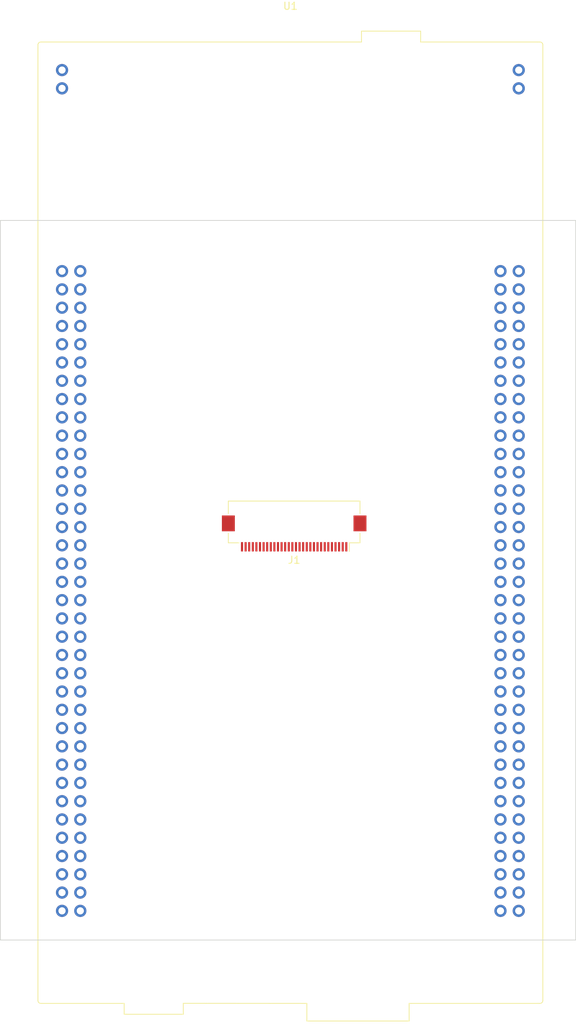
<source format=kicad_pcb>
(kicad_pcb (version 20211014) (generator pcbnew)
  (layers (0 "F.Cu" signal) (31 "B.Cu" signal) (34 "B.Paste" user) (35 "F.Paste" user) (36 "B.SilkS" user "B.Silkscreen") (37 "F.SilkS" user "F.Silkscreen") (38 "B.Mask" user) (39 "F.Mask" user) (44 "Edge.Cuts" user))
  (net 0 "")
  (footprint "Connector_FFC-FPC:Hirose_FH12-30S-0.5SH_1x30-1MP_P0.50mm_Horizontal" (layer "F.Cu") (at 128 93.25 180)
    (fp_text reference "J1" (at 0 -3.7) (layer "F.SilkS"))
    (fp_text value "Conn_01x30_Male")
    (fp_line (start -9.15 -1.3) (end -9.15 0.04) (layer "F.SilkS") (width 0.12))
    (fp_line (start -7.66 -1.3) (end -9.15 -1.3) (layer "F.SilkS") (width 0.12))
    (fp_line (start -9.15 2.76) (end -9.15 4.5) (layer "F.SilkS") (width 0.12))
    (fp_line (start -7.66 -1.3) (end -7.66 -2.5) (layer "F.SilkS") (width 0.12))
    (fp_line (start 9.15 -1.3) (end 9.15 0.04) (layer "F.SilkS") (width 0.12))
    (fp_line (start -9.15 4.5) (end 9.15 4.5) (layer "F.SilkS") (width 0.12))
    (fp_line (start 7.66 -1.3) (end 9.15 -1.3) (layer "F.SilkS") (width 0.12))
    (fp_line (start 9.15 4.5) (end 9.15 2.76) (layer "F.SilkS") (width 0.12))
    (pad "1" smd rect (at -7.25 -1.85 180) (size 0.3 1.3) (layers "F.Cu" "F.Paste" "F.Mask"))
    (pad "2" smd rect (at -6.75 -1.85 180) (size 0.3 1.3) (layers "F.Cu" "F.Paste" "F.Mask"))
    (pad "3" smd rect (at -6.25 -1.85 180) (size 0.3 1.3) (layers "F.Cu" "F.Paste" "F.Mask"))
    (pad "4" smd rect (at -5.75 -1.85 180) (size 0.3 1.3) (layers "F.Cu" "F.Paste" "F.Mask"))
    (pad "5" smd rect (at -5.25 -1.85 180) (size 0.3 1.3) (layers "F.Cu" "F.Paste" "F.Mask"))
    (pad "6" smd rect (at -4.75 -1.85 180) (size 0.3 1.3) (layers "F.Cu" "F.Paste" "F.Mask"))
    (pad "7" smd rect (at -4.25 -1.85 180) (size 0.3 1.3) (layers "F.Cu" "F.Paste" "F.Mask"))
    (pad "8" smd rect (at -3.75 -1.85 180) (size 0.3 1.3) (layers "F.Cu" "F.Paste" "F.Mask"))
    (pad "9" smd rect (at -3.25 -1.85 180) (size 0.3 1.3) (layers "F.Cu" "F.Paste" "F.Mask"))
    (pad "10" smd rect (at -2.75 -1.85 180) (size 0.3 1.3) (layers "F.Cu" "F.Paste" "F.Mask"))
    (pad "11" smd rect (at -2.25 -1.85 180) (size 0.3 1.3) (layers "F.Cu" "F.Paste" "F.Mask"))
    (pad "12" smd rect (at -1.75 -1.85 180) (size 0.3 1.3) (layers "F.Cu" "F.Paste" "F.Mask"))
    (pad "13" smd rect (at -1.25 -1.85 180) (size 0.3 1.3) (layers "F.Cu" "F.Paste" "F.Mask"))
    (pad "14" smd rect (at -0.75 -1.85 180) (size 0.3 1.3) (layers "F.Cu" "F.Paste" "F.Mask"))
    (pad "15" smd rect (at -0.25 -1.85 180) (size 0.3 1.3) (layers "F.Cu" "F.Paste" "F.Mask"))
    (pad "16" smd rect (at 0.25 -1.85 180) (size 0.3 1.3) (layers "F.Cu" "F.Paste" "F.Mask"))
    (pad "17" smd rect (at 0.75 -1.85 180) (size 0.3 1.3) (layers "F.Cu" "F.Paste" "F.Mask"))
    (pad "18" smd rect (at 1.25 -1.85 180) (size 0.3 1.3) (layers "F.Cu" "F.Paste" "F.Mask"))
    (pad "19" smd rect (at 1.75 -1.85 180) (size 0.3 1.3) (layers "F.Cu" "F.Paste" "F.Mask"))
    (pad "20" smd rect (at 2.25 -1.85 180) (size 0.3 1.3) (layers "F.Cu" "F.Paste" "F.Mask"))
    (pad "21" smd rect (at 2.75 -1.85 180) (size 0.3 1.3) (layers "F.Cu" "F.Paste" "F.Mask"))
    (pad "22" smd rect (at 3.25 -1.85 180) (size 0.3 1.3) (layers "F.Cu" "F.Paste" "F.Mask"))
    (pad "23" smd rect (at 3.75 -1.85 180) (size 0.3 1.3) (layers "F.Cu" "F.Paste" "F.Mask"))
    (pad "24" smd rect (at 4.25 -1.85 180) (size 0.3 1.3) (layers "F.Cu" "F.Paste" "F.Mask"))
    (pad "25" smd rect (at 4.75 -1.85 180) (size 0.3 1.3) (layers "F.Cu" "F.Paste" "F.Mask"))
    (pad "26" smd rect (at 5.25 -1.85 180) (size 0.3 1.3) (layers "F.Cu" "F.Paste" "F.Mask"))
    (pad "27" smd rect (at 5.75 -1.85 180) (size 0.3 1.3) (layers "F.Cu" "F.Paste" "F.Mask"))
    (pad "28" smd rect (at 6.25 -1.85 180) (size 0.3 1.3) (layers "F.Cu" "F.Paste" "F.Mask"))
    (pad "29" smd rect (at 6.75 -1.85 180) (size 0.3 1.3) (layers "F.Cu" "F.Paste" "F.Mask"))
    (pad "30" smd rect (at 7.25 -1.85 180) (size 0.3 1.3) (layers "F.Cu" "F.Paste" "F.Mask"))
    (pad "MP" smd rect (at -9.15 1.4 180) (size 1.8 2.2) (layers "F.Cu" "F.Paste" "F.Mask"))
    (pad "MP" smd rect (at 9.15 1.4 180) (size 1.8 2.2) (layers "F.Cu" "F.Paste" "F.Mask"))
  )
  (footprint "Module:ST_Morpho_Connector_144_STLink_MountingHoles" (layer "F.Cu") (at 95.725 56.795)
    (fp_text reference "U1" (at 31.75 -36.83) (layer "F.SilkS"))
    (fp_text value "NUCLEO144-F412ZG")
    (fp_line (start 66.85 101.36) (end 66.85 -31.44) (layer "F.SilkS") (width 0.12))
    (fp_line (start 16.86 103.27) (end 16.86 101.75) (layer "F.SilkS") (width 0.12))
    (fp_line (start 8.64 101.76) (end 8.64 103.27) (layer "F.SilkS") (width 0.12))
    (fp_line (start 41.64 -31.84) (end -2.95 -31.84) (layer "F.SilkS") (width 0.12))
    (fp_line (start 41.64 -31.84) (end 41.64 -33.35) (layer "F.SilkS") (width 0.12))
    (fp_line (start 48.26 104.21) (end 34.04 104.21) (layer "F.SilkS") (width 0.12))
    (fp_line (start 8.64 103.27) (end 16.86 103.27) (layer "F.SilkS") (width 0.12))
    (fp_line (start 49.86 -31.84) (end 66.45 -31.84) (layer "F.SilkS") (width 0.12))
    (fp_line (start 34.04 104.21) (end 34.04 101.76) (layer "F.SilkS") (width 0.12))
    (fp_line (start 34.04 101.76) (end 16.86 101.75) (layer "F.SilkS") (width 0.12))
    (fp_line (start 49.86 -33.35) (end 49.86 -31.84) (layer "F.SilkS") (width 0.12))
    (fp_line (start 8.64 101.76) (end -2.95 101.76) (layer "F.SilkS") (width 0.12))
    (fp_line (start 48.26 101.76) (end 48.26 104.21) (layer "F.SilkS") (width 0.12))
    (fp_line (start 41.64 -33.35) (end 49.86 -33.35) (layer "F.SilkS") (width 0.12))
    (fp_line (start -3.35 -31.44) (end -3.35 101.36) (layer "F.SilkS") (width 0.12))
    (fp_line (start 48.26 101.76) (end 66.45 101.76) (layer "F.SilkS") (width 0.12))
    (fp_arc (start -2.95 101.76) (mid -3.232843 101.642843) (end -3.35 101.36) (layer "F.SilkS") (width 0.12))
    (fp_arc (start -3.35 -31.44) (mid -3.232843 -31.722843) (end -2.95 -31.84) (layer "F.SilkS") (width 0.12))
    (fp_arc (start 66.85 101.36) (mid 66.732843 101.642843) (end 66.45 101.76) (layer "F.SilkS") (width 0.12))
    (fp_arc (start 66.45 -31.84) (mid 66.732843 -31.722843) (end 66.85 -31.44) (layer "F.SilkS") (width 0.12))
    (pad "" np_thru_hole circle (at 55.9 -2.5) (size 3 3) (drill 3) (layers *.Cu *.Mask))
    (pad "" np_thru_hole circle (at 40.55 48.3) (size 3 3) (drill 3) (layers *.Cu *.Mask))
    (pad "" np_thru_hole circle (at 8.89 72.39) (size 3 3) (drill 3) (layers *.Cu *.Mask))
    (pad "" np_thru_hole circle (at 54.6 72.4) (size 3 3) (drill 3) (layers *.Cu *.Mask))
    (pad "" np_thru_hole circle (at 7.62 -3.81) (size 3 3) (drill 3) (layers *.Cu *.Mask))
    (pad "1" thru_hole circle (at 0 0) (size 1.7 1.7) (drill 1) (layers *.Cu *.Mask))
    (pad "2" thru_hole circle (at 2.54 0) (size 1.7 1.7) (drill 1) (layers *.Cu *.Mask))
    (pad "3" thru_hole circle (at 0 2.54) (size 1.7 1.7) (drill 1) (layers *.Cu *.Mask))
    (pad "4" thru_hole circle (at 2.54 2.54) (size 1.7 1.7) (drill 1) (layers *.Cu *.Mask))
    (pad "5" thru_hole circle (at 0 5.08) (size 1.7 1.7) (drill 1) (layers *.Cu *.Mask))
    (pad "6" thru_hole circle (at 2.54 5.08) (size 1.7 1.7) (drill 1) (layers *.Cu *.Mask))
    (pad "7" thru_hole circle (at 0 7.62) (size 1.7 1.7) (drill 1) (layers *.Cu *.Mask))
    (pad "8" thru_hole circle (at 2.54 7.62) (size 1.7 1.7) (drill 1) (layers *.Cu *.Mask))
    (pad "9" thru_hole circle (at 0 10.16) (size 1.7 1.7) (drill 1) (layers *.Cu *.Mask))
    (pad "10" thru_hole circle (at 2.54 10.16) (size 1.7 1.7) (drill 1) (layers *.Cu *.Mask))
    (pad "11" thru_hole circle (at 0 12.7) (size 1.7 1.7) (drill 1) (layers *.Cu *.Mask))
    (pad "12" thru_hole circle (at 2.54 12.7) (size 1.7 1.7) (drill 1) (layers *.Cu *.Mask))
    (pad "13" thru_hole circle (at 0 15.24) (size 1.7 1.7) (drill 1) (layers *.Cu *.Mask))
    (pad "14" thru_hole circle (at 2.54 15.24) (size 1.7 1.7) (drill 1) (layers *.Cu *.Mask))
    (pad "15" thru_hole circle (at 0 17.78) (size 1.7 1.7) (drill 1) (layers *.Cu *.Mask))
    (pad "16" thru_hole circle (at 2.54 17.78) (size 1.7 1.7) (drill 1) (layers *.Cu *.Mask))
    (pad "17" thru_hole circle (at 0 20.32) (size 1.7 1.7) (drill 1) (layers *.Cu *.Mask))
    (pad "18" thru_hole circle (at 2.54 20.32) (size 1.7 1.7) (drill 1) (layers *.Cu *.Mask))
    (pad "19" thru_hole circle (at 0 22.86) (size 1.7 1.7) (drill 1) (layers *.Cu *.Mask))
    (pad "20" thru_hole circle (at 2.54 22.86) (size 1.7 1.7) (drill 1) (layers *.Cu *.Mask))
    (pad "21" thru_hole circle (at 0 25.4) (size 1.7 1.7) (drill 1) (layers *.Cu *.Mask))
    (pad "22" thru_hole circle (at 2.54 25.4) (size 1.7 1.7) (drill 1) (layers *.Cu *.Mask))
    (pad "23" thru_hole circle (at 0 27.94) (size 1.7 1.7) (drill 1) (layers *.Cu *.Mask))
    (pad "24" thru_hole circle (at 2.54 27.94) (size 1.7 1.7) (drill 1) (layers *.Cu *.Mask))
    (pad "25" thru_hole circle (at 0 30.48) (size 1.7 1.7) (drill 1) (layers *.Cu *.Mask))
    (pad "26" thru_hole circle (at 2.54 30.48) (size 1.7 1.7) (drill 1) (layers *.Cu *.Mask))
    (pad "27" thru_hole circle (at 0 33.02) (size 1.7 1.7) (drill 1) (layers *.Cu *.Mask))
    (pad "28" thru_hole circle (at 2.54 33.02) (size 1.7 1.7) (drill 1) (layers *.Cu *.Mask))
    (pad "29" thru_hole circle (at 0 35.56) (size 1.7 1.7) (drill 1) (layers *.Cu *.Mask))
    (pad "30" thru_hole circle (at 2.54 35.56) (size 1.7 1.7) (drill 1) (layers *.Cu *.Mask))
    (pad "31" thru_hole circle (at 0 38.1) (size 1.7 1.7) (drill 1) (layers *.Cu *.Mask))
    (pad "32" thru_hole circle (at 2.54 38.1) (size 1.7 1.7) (drill 1) (layers *.Cu *.Mask))
    (pad "33" thru_hole circle (at 0 40.64) (size 1.7 1.7) (drill 1) (layers *.Cu *.Mask))
    (pad "34" thru_hole circle (at 2.54 40.64) (size 1.7 1.7) (drill 1) (layers *.Cu *.Mask))
    (pad "35" thru_hole circle (at 0 43.18) (size 1.7 1.7) (drill 1) (layers *.Cu *.Mask))
    (pad "36" thru_hole circle (at 2.54 43.18) (size 1.7 1.7) (drill 1) (layers *.Cu *.Mask))
    (pad "37" thru_hole circle (at 0 45.72) (size 1.7 1.7) (drill 1) (layers *.Cu *.Mask))
    (pad "38" thru_hole circle (at 2.54 45.72) (size 1.7 1.7) (drill 1) (layers *.Cu *.Mask))
    (pad "39" thru_hole circle (at 0 48.26) (size 1.7 1.7) (drill 1) (layers *.Cu *.Mask))
    (pad "40" thru_hole circle (at 2.54 48.26) (size 1.7 1.7) (drill 1) (layers *.Cu *.Mask))
    (pad "41" thru_hole circle (at 0 50.8) (size 1.7 1.7) (drill 1) (layers *.Cu *.Mask))
    (pad "42" thru_hole circle (at 2.54 50.8) (size 1.7 1.7) (drill 1) (layers *.Cu *.Mask))
    (pad "43" thru_hole circle (at 0 53.34) (size 1.7 1.7) (drill 1) (layers *.Cu *.Mask))
    (pad "44" thru_hole circle (at 2.54 53.34) (size 1.7 1.7) (drill 1) (layers *.Cu *.Mask))
    (pad "45" thru_hole circle (at 0 55.88) (size 1.7 1.7) (drill 1) (layers *.Cu *.Mask))
    (pad "46" thru_hole circle (at 2.54 55.88) (size 1.7 1.7) (drill 1) (layers *.Cu *.Mask))
    (pad "47" thru_hole circle (at 0 58.42) (size 1.7 1.7) (drill 1) (layers *.Cu *.Mask))
    (pad "48" thru_hole circle (at 2.54 58.42) (size 1.7 1.7) (drill 1) (layers *.Cu *.Mask))
    (pad "49" thru_hole circle (at 0 60.96) (size 1.7 1.7) (drill 1) (layers *.Cu *.Mask))
    (pad "50" thru_hole circle (at 2.54 60.96) (size 1.7 1.7) (drill 1) (layers *.Cu *.Mask))
    (pad "51" thru_hole circle (at 0 63.5) (size 1.7 1.7) (drill 1) (layers *.Cu *.Mask))
    (pad "52" thru_hole circle (at 2.54 63.5) (size 1.7 1.7) (drill 1) (layers *.Cu *.Mask))
    (pad "53" thru_hole circle (at 0 66.04) (size 1.7 1.7) (drill 1) (layers *.Cu *.Mask))
    (pad "54" thru_hole circle (at 2.54 66.04) (size 1.7 1.7) (drill 1) (layers *.Cu *.Mask))
    (pad "55" thru_hole circle (at 0 68.58) (size 1.7 1.7) (drill 1) (layers *.Cu *.Mask))
    (pad "56" thru_hole circle (at 2.54 68.58) (size 1.7 1.7) (drill 1) (layers *.Cu *.Mask))
    (pad "57" thru_hole circle (at 0 71.12) (size 1.7 1.7) (drill 1) (layers *.Cu *.Mask))
    (pad "58" thru_hole circle (at 2.54 71.12) (size 1.7 1.7) (drill 1) (layers *.Cu *.Mask))
    (pad "59" thru_hole circle (at 0 73.66) (size 1.7 1.7) (drill 1) (layers *.Cu *.Mask))
    (pad "60" thru_hole circle (at 2.54 73.66) (size 1.7 1.7) (drill 1) (layers *.Cu *.Mask))
    (pad "61" thru_hole circle (at 0 76.2) (size 1.7 1.7) (drill 1) (layers *.Cu *.Mask))
    (pad "62" thru_hole circle (at 2.54 76.2) (size 1.7 1.7) (drill 1) (layers *.Cu *.Mask))
    (pad "63" thru_hole circle (at 0 78.74) (size 1.7 1.7) (drill 1) (layers *.Cu *.Mask))
    (pad "64" thru_hole circle (at 2.54 78.74) (size 1.7 1.7) (drill 1) (layers *.Cu *.Mask))
    (pad "65" thru_hole circle (at 0 81.28) (size 1.7 1.7) (drill 1) (layers *.Cu *.Mask))
    (pad "66" thru_hole circle (at 2.54 81.28) (size 1.7 1.7) (drill 1) (layers *.Cu *.Mask))
    (pad "67" thru_hole circle (at 0 83.82) (size 1.7 1.7) (drill 1) (layers *.Cu *.Mask))
    (pad "68" thru_hole circle (at 2.54 83.82) (size 1.7 1.7) (drill 1) (layers *.Cu *.Mask))
    (pad "69" thru_hole circle (at 0 86.36) (size 1.7 1.7) (drill 1) (layers *.Cu *.Mask))
    (pad "70" thru_hole circle (at 2.54 86.36) (size 1.7 1.7) (drill 1) (layers *.Cu *.Mask))
    (pad "71" thru_hole circle (at 0 88.9) (size 1.7 1.7) (drill 1) (layers *.Cu *.Mask))
    (pad "72" thru_hole circle (at 2.54 88.9) (size 1.7 1.7) (drill 1) (layers *.Cu *.Mask))
    (pad "73" thru_hole circle (at 60.96 0) (size 1.7 1.7) (drill 1) (layers *.Cu *.Mask))
    (pad "74" thru_hole circle (at 63.5 0) (size 1.7 1.7) (drill 1) (layers *.Cu *.Mask))
    (pad "75" thru_hole circle (at 60.96 2.54) (size 1.7 1.7) (drill 1) (layers *.Cu *.Mask))
    (pad "76" thru_hole circle (at 63.5 2.54) (size 1.7 1.7) (drill 1) (layers *.Cu *.Mask))
    (pad "77" thru_hole circle (at 60.96 5.08) (size 1.7 1.7) (drill 1) (layers *.Cu *.Mask))
    (pad "78" thru_hole circle (at 63.5 5.08) (size 1.7 1.7) (drill 1) (layers *.Cu *.Mask))
    (pad "79" thru_hole circle (at 60.96 7.62) (size 1.7 1.7) (drill 1) (layers *.Cu *.Mask))
    (pad "80" thru_hole circle (at 63.5 7.62) (size 1.7 1.7) (drill 1) (layers *.Cu *.Mask))
    (pad "81" thru_hole circle (at 60.96 10.16) (size 1.7 1.7) (drill 1) (layers *.Cu *.Mask))
    (pad "82" thru_hole circle (at 63.5 10.16) (size 1.7 1.7) (drill 1) (layers *.Cu *.Mask))
    (pad "83" thru_hole circle (at 60.96 12.7) (size 1.7 1.7) (drill 1) (layers *.Cu *.Mask))
    (pad "84" thru_hole circle (at 63.5 12.7) (size 1.7 1.7) (drill 1) (layers *.Cu *.Mask))
    (pad "85" thru_hole circle (at 60.96 15.24) (size 1.7 1.7) (drill 1) (layers *.Cu *.Mask))
    (pad "86" thru_hole circle (at 63.5 15.24) (size 1.7 1.7) (drill 1) (layers *.Cu *.Mask))
    (pad "87" thru_hole circle (at 60.96 17.78) (size 1.7 1.7) (drill 1) (layers *.Cu *.Mask))
    (pad "88" thru_hole circle (at 63.5 17.78) (size 1.7 1.7) (drill 1) (layers *.Cu *.Mask))
    (pad "89" thru_hole circle (at 60.96 20.32) (size 1.7 1.7) (drill 1) (layers *.Cu *.Mask))
    (pad "90" thru_hole circle (at 63.5 20.32) (size 1.7 1.7) (drill 1) (layers *.Cu *.Mask))
    (pad "91" thru_hole circle (at 60.96 22.86) (size 1.7 1.7) (drill 1) (layers *.Cu *.Mask))
    (pad "92" thru_hole circle (at 63.5 22.86) (size 1.7 1.7) (drill 1) (layers *.Cu *.Mask))
    (pad "93" thru_hole circle (at 60.96 25.4) (size 1.7 1.7) (drill 1) (layers *.Cu *.Mask))
    (pad "94" thru_hole circle (at 63.5 25.4) (size 1.7 1.7) (drill 1) (layers *.Cu *.Mask))
    (pad "95" thru_hole circle (at 60.96 27.94) (size 1.7 1.7) (drill 1) (layers *.Cu *.Mask))
    (pad "96" thru_hole circle (at 63.5 27.94) (size 1.7 1.7) (drill 1) (layers *.Cu *.Mask))
    (pad "97" thru_hole circle (at 60.96 30.48) (size 1.7 1.7) (drill 1) (layers *.Cu *.Mask))
    (pad "98" thru_hole circle (at 63.5 30.48) (size 1.7 1.7) (drill 1) (layers *.Cu *.Mask))
    (pad "99" thru_hole circle (at 60.96 33.02) (size 1.7 1.7) (drill 1) (layers *.Cu *.Mask))
    (pad "100" thru_hole circle (at 63.5 33.02) (size 1.7 1.7) (drill 1) (layers *.Cu *.Mask))
    (pad "101" thru_hole circle (at 60.96 35.56) (size 1.7 1.7) (drill 1) (layers *.Cu *.Mask))
    (pad "102" thru_hole circle (at 63.5 35.56) (size 1.7 1.7) (drill 1) (layers *.Cu *.Mask))
    (pad "103" thru_hole circle (at 60.96 38.1) (size 1.7 1.7) (drill 1) (layers *.Cu *.Mask))
    (pad "104" thru_hole circle (at 63.5 38.1) (size 1.7 1.7) (drill 1) (layers *.Cu *.Mask))
    (pad "105" thru_hole circle (at 60.96 40.64) (size 1.7 1.7) (drill 1) (layers *.Cu *.Mask))
    (pad "106" thru_hole circle (at 63.5 40.64) (size 1.7 1.7) (drill 1) (layers *.Cu *.Mask))
    (pad "107" thru_hole circle (at 60.96 43.18) (size 1.7 1.7) (drill 1) (layers *.Cu *.Mask))
    (pad "108" thru_hole circle (at 63.5 43.18) (size 1.7 1.7) (drill 1) (layers *.Cu *.Mask))
    (pad "109" thru_hole circle (at 60.96 45.72) (size 1.7 1.7) (drill 1) (layers *.Cu *.Mask))
    (pad "110" thru_hole circle (at 63.5 45.72) (size 1.7 1.7) (drill 1) (layers *.Cu *.Mask))
    (pad "111" thru_hole circle (at 60.96 48.26) (size 1.7 1.7) (drill 1) (layers *.Cu *.Mask))
    (pad "112" thru_hole circle (at 63.5 48.26) (size 1.7 1.7) (drill 1) (layers *.Cu *.Mask))
    (pad "113" thru_hole circle (at 60.96 50.8) (size 1.7 1.7) (drill 1) (layers *.Cu *.Mask))
    (pad "114" thru_hole circle (at 63.5 50.8) (size 1.7 1.7) (drill 1) (layers *.Cu *.Mask))
    (pad "115" thru_hole circle (at 60.96 53.34) (size 1.7 1.7) (drill 1) (layers *.Cu *.Mask))
    (pad "116" thru_hole circle (at 63.5 53.34) (size 1.7 1.7) (drill 1) (layers *.Cu *.Mask))
    (pad "117" thru_hole circle (at 60.96 55.88) (size 1.7 1.7) (drill 1) (layers *.Cu *.Mask))
    (pad "118" thru_hole circle (at 63.5 55.88) (size 1.7 1.7) (drill 1) (layers *.Cu *.Mask))
    (pad "119" thru_hole circle (at 60.96 58.42) (size 1.7 1.7) (drill 1) (layers *.Cu *.Mask))
    (pad "120" thru_hole circle (at 63.5 58.42) (size 1.7 1.7) (drill 1) (layers *.Cu *.Mask))
    (pad "121" thru_hole circle (at 60.96 60.96) (size 1.7 1.7) (drill 1) (layers *.Cu *.Mask))
    (pad "122" thru_hole circle (at 63.5 60.96) (size 1.7 1.7) (drill 1) (layers *.Cu *.Mask))
    (pad "123" thru_hole circle (at 60.96 63.5) (size 1.7 1.7) (drill 1) (layers *.Cu *.Mask))
    (pad "124" thru_hole circle (at 63.5 63.5) (size 1.7 1.7) (drill 1) (layers *.Cu *.Mask))
    (pad "125" thru_hole circle (at 60.96 66.04) (size 1.7 1.7) (drill 1) (layers *.Cu *.Mask))
    (pad "126" thru_hole circle (at 63.5 66.04) (size 1.7 1.7) (drill 1) (layers *.Cu *.Mask))
    (pad "127" thru_hole circle (at 60.96 68.58) (size 1.7 1.7) (drill 1) (layers *.Cu *.Mask))
    (pad "128" thru_hole circle (at 63.5 68.58) (size 1.7 1.7) (drill 1) (layers *.Cu *.Mask))
    (pad "129" thru_hole circle (at 60.96 71.12) (size 1.7 1.7) (drill 1) (layers *.Cu *.Mask))
    (pad "130" thru_hole circle (at 63.5 71.12) (size 1.7 1.7) (drill 1) (layers *.Cu *.Mask))
    (pad "131" thru_hole circle (at 60.96 73.66) (size 1.7 1.7) (drill 1) (layers *.Cu *.Mask))
    (pad "132" thru_hole circle (at 63.5 73.66) (size 1.7 1.7) (drill 1) (layers *.Cu *.Mask))
    (pad "133" thru_hole circle (at 60.96 76.2) (size 1.7 1.7) (drill 1) (layers *.Cu *.Mask))
    (pad "134" thru_hole circle (at 63.5 76.2) (size 1.7 1.7) (drill 1) (layers *.Cu *.Mask))
    (pad "135" thru_hole circle (at 60.96 78.74) (size 1.7 1.7) (drill 1) (layers *.Cu *.Mask))
    (pad "136" thru_hole circle (at 63.5 78.74) (size 1.7 1.7) (drill 1) (layers *.Cu *.Mask))
    (pad "137" thru_hole circle (at 60.96 81.28) (size 1.7 1.7) (drill 1) (layers *.Cu *.Mask))
    (pad "138" thru_hole circle (at 63.5 81.28) (size 1.7 1.7) (drill 1) (layers *.Cu *.Mask))
    (pad "139" thru_hole circle (at 60.96 83.82) (size 1.7 1.7) (drill 1) (layers *.Cu *.Mask))
    (pad "140" thru_hole circle (at 63.5 83.82) (size 1.7 1.7) (drill 1) (layers *.Cu *.Mask))
    (pad "141" thru_hole circle (at 60.96 86.36) (size 1.7 1.7) (drill 1) (layers *.Cu *.Mask))
    (pad "142" thru_hole circle (at 63.5 86.36) (size 1.7 1.7) (drill 1) (layers *.Cu *.Mask))
    (pad "143" thru_hole circle (at 60.96 88.9) (size 1.7 1.7) (drill 1) (layers *.Cu *.Mask))
    (pad "144" thru_hole circle (at 63.5 88.9) (size 1.7 1.7) (drill 1) (layers *.Cu *.Mask))
    (pad "145" thru_hole circle (at 0 -27.94) (size 1.7 1.7) (drill 1) (layers *.Cu *.Mask))
    (pad "146" thru_hole circle (at 0 -25.4) (size 1.7 1.7) (drill 1) (layers *.Cu *.Mask))
    (pad "147" thru_hole circle (at 63.5 -27.94) (size 1.7 1.7) (drill 1) (layers *.Cu *.Mask))
    (pad "148" thru_hole circle (at 63.5 -25.4) (size 1.7 1.7) (drill 1) (layers *.Cu *.Mask))
  )
  (gr_rect (start 87.15 49.75) (end 167.15 149.75) (layer "Edge.Cuts") (width 0.1) (fill none))
)
</source>
